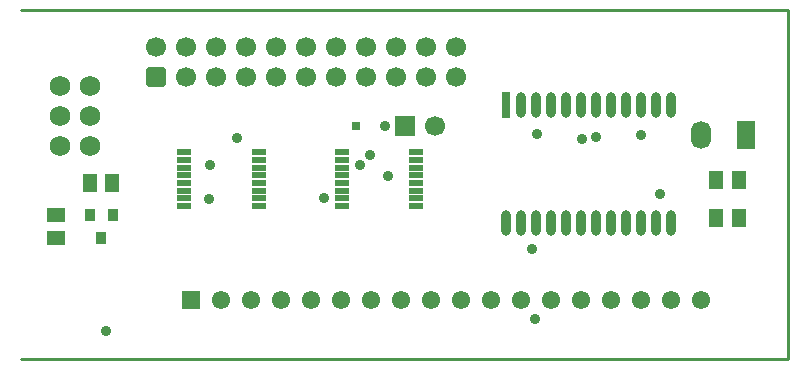
<source format=gbs>
G04 Layer_Color=16711935*
%FSLAX42Y42*%
%MOMM*%
G71*
G01*
G75*
%ADD13C,0.25*%
%ADD32R,1.60X1.22*%
G04:AMPARAMS|DCode=33|XSize=1.7mm|YSize=1.7mm|CornerRadius=0.33mm|HoleSize=0mm|Usage=FLASHONLY|Rotation=0.000|XOffset=0mm|YOffset=0mm|HoleType=Round|Shape=RoundedRectangle|*
%AMROUNDEDRECTD33*
21,1,1.70,1.05,0,0,0.0*
21,1,1.05,1.70,0,0,0.0*
1,1,0.65,0.53,-0.53*
1,1,0.65,-0.53,-0.53*
1,1,0.65,-0.53,0.53*
1,1,0.65,0.53,0.53*
%
%ADD33ROUNDEDRECTD33*%
%ADD34C,1.70*%
%ADD35R,1.70X1.70*%
%ADD36C,1.55*%
%ADD37R,1.55X1.55*%
%ADD38C,1.73*%
%ADD39C,0.91*%
%ADD40R,0.80X0.80*%
G04:AMPARAMS|DCode=41|XSize=0.8mm|YSize=0.8mm|CornerRadius=0.25mm|HoleSize=0mm|Usage=FLASHONLY|Rotation=180.000|XOffset=0mm|YOffset=0mm|HoleType=Round|Shape=RoundedRectangle|*
%AMROUNDEDRECTD41*
21,1,0.80,0.30,0,0,180.0*
21,1,0.30,0.80,0,0,180.0*
1,1,0.50,-0.15,0.15*
1,1,0.50,0.15,0.15*
1,1,0.50,0.15,-0.15*
1,1,0.50,-0.15,-0.15*
%
%ADD41ROUNDEDRECTD41*%
%ADD42R,1.22X1.60*%
%ADD43R,0.90X1.00*%
%ADD44O,1.73X2.36*%
%ADD45R,1.60X2.36*%
%ADD46R,0.80X2.20*%
%ADD47O,0.80X2.20*%
%ADD48R,1.30X0.60*%
D13*
X3000Y5952D02*
X9486D01*
X3000Y3000D02*
X9498D01*
Y2999D02*
Y5952D01*
D32*
X3295Y4024D02*
D03*
Y4215D02*
D03*
D33*
X4144Y5385D02*
D03*
D34*
X5415D02*
D03*
X4399D02*
D03*
X5669D02*
D03*
X4653D02*
D03*
X5922D02*
D03*
X4906D02*
D03*
X6176D02*
D03*
X5160D02*
D03*
X6431D02*
D03*
X6685D02*
D03*
Y5639D02*
D03*
X6431D02*
D03*
X5160D02*
D03*
X6176D02*
D03*
X4906D02*
D03*
X5922D02*
D03*
X4653D02*
D03*
X5669D02*
D03*
X4399D02*
D03*
X5415D02*
D03*
X4144D02*
D03*
X6509Y4967D02*
D03*
D35*
X6255D02*
D03*
D36*
X8763Y3492D02*
D03*
X8509D02*
D03*
X8255D02*
D03*
X8001D02*
D03*
X7747D02*
D03*
X7493D02*
D03*
X7239D02*
D03*
X6985D02*
D03*
X6731D02*
D03*
X5969D02*
D03*
X5715D02*
D03*
X5207D02*
D03*
X5461D02*
D03*
X4699D02*
D03*
X4953D02*
D03*
X5969D02*
D03*
X6223D02*
D03*
X6477D02*
D03*
D37*
X4445D02*
D03*
D38*
X3333Y4799D02*
D03*
Y5308D02*
D03*
Y5053D02*
D03*
X3588Y4799D02*
D03*
Y5308D02*
D03*
Y5053D02*
D03*
D39*
X7753Y4862D02*
D03*
X3720Y3233D02*
D03*
X5875Y4640D02*
D03*
X5960Y4728D02*
D03*
X5565Y4362D02*
D03*
X4830Y4870D02*
D03*
X4597Y4355D02*
D03*
X4600Y4635D02*
D03*
X7357Y3338D02*
D03*
X7331Y3931D02*
D03*
X8251Y4891D02*
D03*
X7370Y4900D02*
D03*
X7874Y4876D02*
D03*
X8410Y4392D02*
D03*
X6112Y4547D02*
D03*
D40*
X5838Y4967D02*
D03*
D41*
X6083D02*
D03*
D42*
X3776Y4488D02*
D03*
X3585D02*
D03*
X8890Y4191D02*
D03*
X9081D02*
D03*
Y4508D02*
D03*
X8890D02*
D03*
D43*
X3680Y4017D02*
D03*
X3583Y4220D02*
D03*
X3778D02*
D03*
D44*
X8763Y4890D02*
D03*
D45*
X9144D02*
D03*
D46*
X7112Y5144D02*
D03*
D47*
X7239D02*
D03*
X7366D02*
D03*
X7493D02*
D03*
X7620D02*
D03*
X7747D02*
D03*
X7874D02*
D03*
X8001D02*
D03*
X8128D02*
D03*
X8255D02*
D03*
X8382D02*
D03*
X8509D02*
D03*
X7112Y4144D02*
D03*
X7239D02*
D03*
X7366D02*
D03*
X7493D02*
D03*
X7620D02*
D03*
X7747D02*
D03*
X7874D02*
D03*
X8001D02*
D03*
X8128D02*
D03*
X8255D02*
D03*
X8382D02*
D03*
X8509D02*
D03*
D48*
X6347Y4746D02*
D03*
Y4681D02*
D03*
Y4616D02*
D03*
Y4551D02*
D03*
Y4486D02*
D03*
Y4421D02*
D03*
Y4356D02*
D03*
Y4291D02*
D03*
X5717Y4746D02*
D03*
Y4681D02*
D03*
Y4616D02*
D03*
Y4551D02*
D03*
Y4486D02*
D03*
Y4421D02*
D03*
Y4356D02*
D03*
Y4291D02*
D03*
X5014Y4746D02*
D03*
Y4681D02*
D03*
Y4616D02*
D03*
Y4551D02*
D03*
Y4486D02*
D03*
Y4421D02*
D03*
Y4356D02*
D03*
Y4291D02*
D03*
X4384Y4746D02*
D03*
Y4681D02*
D03*
Y4616D02*
D03*
Y4551D02*
D03*
Y4486D02*
D03*
Y4421D02*
D03*
Y4356D02*
D03*
Y4291D02*
D03*
M02*

</source>
